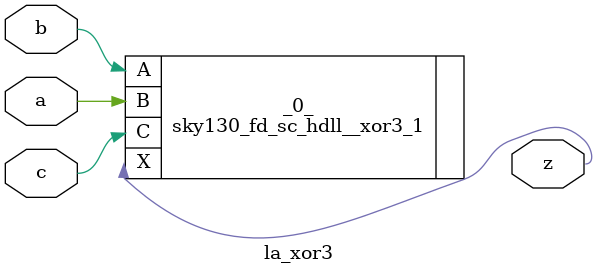
<source format=v>

/* Generated by Yosys 0.37 (git sha1 a5c7f69ed, clang 14.0.0-1ubuntu1.1 -fPIC -Os) */

module la_xor3(a, b, c, z);
  input a;
  wire a;
  input b;
  wire b;
  input c;
  wire c;
  output z;
  wire z;
  sky130_fd_sc_hdll__xor3_1 _0_ (
    .A(b),
    .B(a),
    .C(c),
    .X(z)
  );
endmodule

</source>
